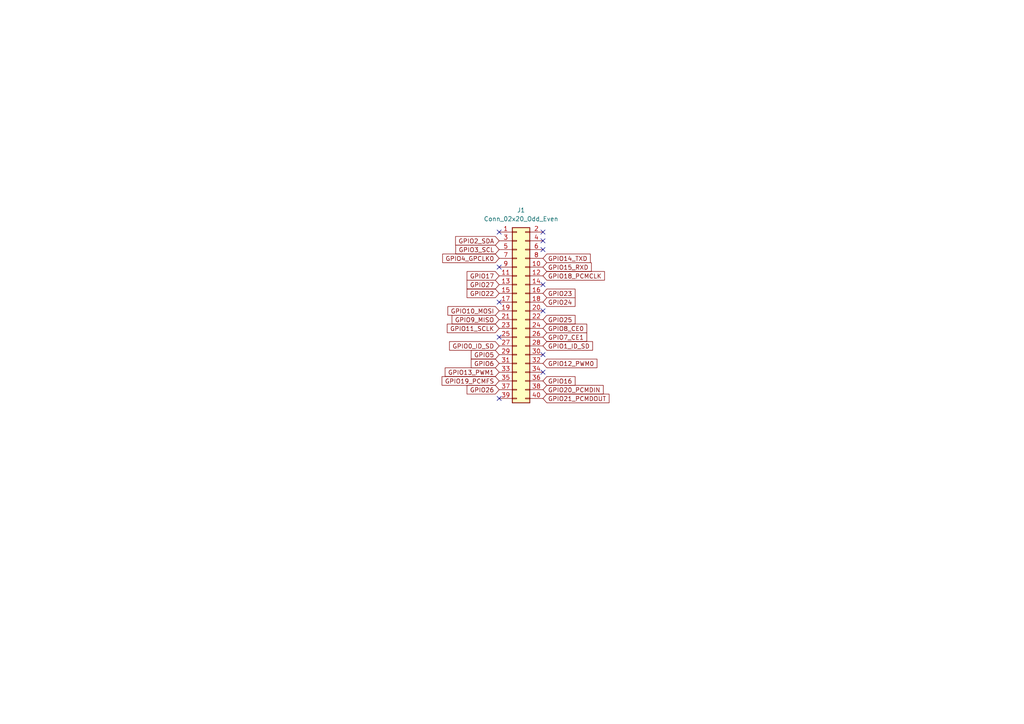
<source format=kicad_sch>
(kicad_sch (version 20231120) (generator "eeschema") (generator_version "8.0")
  (paper "A4")
  (lib_symbols
    (symbol "Connector_Generic:Conn_02x20_Odd_Even" (pin_names (offset 1.016) hide)
      (property "Reference" "J" (at 1.27 25.4 0))
      (property "Value" "Conn_02x20_Odd_Even" (at 1.27 -27.94 0))
      (symbol "Conn_02x20_Odd_Even_1_1"
        (rectangle (start -1.27 -25.273) (end 0 -25.527) (stroke (width 0.1524)))
        (rectangle (start -1.27 -22.733) (end 0 -22.987) (stroke (width 0.1524)))
        (rectangle (start -1.27 -20.193) (end 0 -20.447) (stroke (width 0.1524)))
        (rectangle (start -1.27 -17.653) (end 0 -17.907) (stroke (width 0.1524)))
        (rectangle (start -1.27 -15.113) (end 0 -15.367) (stroke (width 0.1524)))
        (rectangle (start -1.27 -12.573) (end 0 -12.827) (stroke (width 0.1524)))
        (rectangle (start -1.27 -10.033) (end 0 -10.287) (stroke (width 0.1524)))
        (rectangle (start -1.27 -7.493) (end 0 -7.747) (stroke (width 0.1524)))
        (rectangle (start -1.27 -4.953) (end 0 -5.207) (stroke (width 0.1524)))
        (rectangle (start -1.27 -2.413) (end 0 -2.667) (stroke (width 0.1524)))
        (rectangle (start -1.27 0.127) (end 0 -0.127) (stroke (width 0.1524)))
        (rectangle (start -1.27 2.667) (end 0 2.413) (stroke (width 0.1524)))
        (rectangle (start -1.27 5.207) (end 0 4.953) (stroke (width 0.1524)))
        (rectangle (start -1.27 7.747) (end 0 7.493) (stroke (width 0.1524)))
        (rectangle (start -1.27 10.287) (end 0 10.033) (stroke (width 0.1524)))
        (rectangle (start -1.27 12.827) (end 0 12.573) (stroke (width 0.1524)))
        (rectangle (start -1.27 15.367) (end 0 15.113) (stroke (width 0.1524)))
        (rectangle (start -1.27 17.907) (end 0 17.653) (stroke (width 0.1524)))
        (rectangle (start -1.27 20.447) (end 0 20.193) (stroke (width 0.1524)))
        (rectangle (start -1.27 22.987) (end 0 22.733) (stroke (width 0.1524)))
        (rectangle (start -1.27 24.13) (end 3.81 -26.67) (stroke (width 0.254)) (fill (type background)))
        (rectangle (start 3.81 -25.273) (end 2.54 -25.527) (stroke (width 0.1524)))
        (rectangle (start 3.81 -22.733) (end 2.54 -22.987) (stroke (width 0.1524)))
        (rectangle (start 3.81 -20.193) (end 2.54 -20.447) (stroke (width 0.1524)))
        (rectangle (start 3.81 -17.653) (end 2.54 -17.907) (stroke (width 0.1524)))
        (rectangle (start 3.81 -15.113) (end 2.54 -15.367) (stroke (width 0.1524)))
        (rectangle (start 3.81 -12.573) (end 2.54 -12.827) (stroke (width 0.1524)))
        (rectangle (start 3.81 -10.033) (end 2.54 -10.287) (stroke (width 0.1524)))
        (rectangle (start 3.81 -7.493) (end 2.54 -7.747) (stroke (width 0.1524)))
        (rectangle (start 3.81 -4.953) (end 2.54 -5.207) (stroke (width 0.1524)))
        (rectangle (start 3.81 -2.413) (end 2.54 -2.667) (stroke (width 0.1524)))
        (rectangle (start 3.81 0.127) (end 2.54 -0.127) (stroke (width 0.1524)))
        (rectangle (start 3.81 2.667) (end 2.54 2.413) (stroke (width 0.1524)))
        (rectangle (start 3.81 5.207) (end 2.54 4.953) (stroke (width 0.1524)))
        (rectangle (start 3.81 7.747) (end 2.54 7.493) (stroke (width 0.1524)))
        (rectangle (start 3.81 10.287) (end 2.54 10.033) (stroke (width 0.1524)))
        (rectangle (start 3.81 12.827) (end 2.54 12.573) (stroke (width 0.1524)))
        (rectangle (start 3.81 15.367) (end 2.54 15.113) (stroke (width 0.1524)))
        (rectangle (start 3.81 17.907) (end 2.54 17.653) (stroke (width 0.1524)))
        (rectangle (start 3.81 20.447) (end 2.54 20.193) (stroke (width 0.1524)))
        (rectangle (start 3.81 22.987) (end 2.54 22.733) (stroke (width 0.1524)))
        (pin passive line (at -5.08 22.86 0) (length 3.81) (name "Pin_1") (number "1"))
        (pin passive line (at 7.62 12.7 180) (length 3.81) (name "Pin_10") (number "10"))
        (pin passive line (at -5.08 10.16 0) (length 3.81) (name "Pin_11") (number "11"))
        (pin passive line (at 7.62 10.16 180) (length 3.81) (name "Pin_12") (number "12"))
        (pin passive line (at -5.08 7.62 0) (length 3.81) (name "Pin_13") (number "13"))
        (pin passive line (at 7.62 7.62 180) (length 3.81) (name "Pin_14") (number "14"))
        (pin passive line (at -5.08 5.08 0) (length 3.81) (name "Pin_15") (number "15"))
        (pin passive line (at 7.62 5.08 180) (length 3.81) (name "Pin_16") (number "16"))
        (pin passive line (at -5.08 2.54 0) (length 3.81) (name "Pin_17") (number "17"))
        (pin passive line (at 7.62 2.54 180) (length 3.81) (name "Pin_18") (number "18"))
        (pin passive line (at -5.08 0 0) (length 3.81) (name "Pin_19") (number "19"))
        (pin passive line (at 7.62 22.86 180) (length 3.81) (name "Pin_2") (number "2"))
        (pin passive line (at 7.62 0 180) (length 3.81) (name "Pin_20") (number "20"))
        (pin passive line (at -5.08 -2.54 0) (length 3.81) (name "Pin_21") (number "21"))
        (pin passive line (at 7.62 -2.54 180) (length 3.81) (name "Pin_22") (number "22"))
        (pin passive line (at -5.08 -5.08 0) (length 3.81) (name "Pin_23") (number "23"))
        (pin passive line (at 7.62 -5.08 180) (length 3.81) (name "Pin_24") (number "24"))
        (pin passive line (at -5.08 -7.62 0) (length 3.81) (name "Pin_25") (number "25"))
        (pin passive line (at 7.62 -7.62 180) (length 3.81) (name "Pin_26") (number "26"))
        (pin passive line (at -5.08 -10.16 0) (length 3.81) (name "Pin_27") (number "27"))
        (pin passive line (at 7.62 -10.16 180) (length 3.81) (name "Pin_28") (number "28"))
        (pin passive line (at -5.08 -12.7 0) (length 3.81) (name "Pin_29") (number "29"))
        (pin passive line (at -5.08 20.32 0) (length 3.81) (name "Pin_3") (number "3"))
        (pin passive line (at 7.62 -12.7 180) (length 3.81) (name "Pin_30") (number "30"))
        (pin passive line (at -5.08 -15.24 0) (length 3.81) (name "Pin_31") (number "31"))
        (pin passive line (at 7.62 -15.24 180) (length 3.81) (name "Pin_32") (number "32"))
        (pin passive line (at -5.08 -17.78 0) (length 3.81) (name "Pin_33") (number "33"))
        (pin passive line (at 7.62 -17.78 180) (length 3.81) (name "Pin_34") (number "34"))
        (pin passive line (at -5.08 -20.32 0) (length 3.81) (name "Pin_35") (number "35"))
        (pin passive line (at 7.62 -20.32 180) (length 3.81) (name "Pin_36") (number "36"))
        (pin passive line (at -5.08 -22.86 0) (length 3.81) (name "Pin_37") (number "37"))
        (pin passive line (at 7.62 -22.86 180) (length 3.81) (name "Pin_38") (number "38"))
        (pin passive line (at -5.08 -25.4 0) (length 3.81) (name "Pin_39") (number "39"))
        (pin passive line (at 7.62 20.32 180) (length 3.81) (name "Pin_4") (number "4"))
        (pin passive line (at 7.62 -25.4 180) (length 3.81) (name "Pin_40") (number "40"))
        (pin passive line (at -5.08 17.78 0) (length 3.81) (name "Pin_5") (number "5"))
        (pin passive line (at 7.62 17.78 180) (length 3.81) (name "Pin_6") (number "6"))
        (pin passive line (at -5.08 15.24 0) (length 3.81) (name "Pin_7") (number "7"))
        (pin passive line (at 7.62 15.24 180) (length 3.81) (name "Pin_8") (number "8"))
        (pin passive line (at -5.08 12.7 0) (length 3.81) (name "Pin_9") (number "9"))
      )
    )
  )
  (no_connect (at 157.48 82.55))
  (no_connect (at 157.48 90.17))
  (no_connect (at 144.78 97.79))
  (no_connect (at 157.48 67.31))
  (no_connect (at 144.78 67.31))
  (no_connect (at 157.48 72.39))
  (no_connect (at 157.48 107.95))
  (no_connect (at 144.78 87.63))
  (no_connect (at 157.48 102.87))
  (no_connect (at 157.48 69.85))
  (no_connect (at 144.78 77.47))
  (no_connect (at 144.78 115.57))
  (global_label "GPIO7_CE1" (shape input) (at 157.48 97.79 0) (property "Intersheetrefs" "${INTERSHEET_REFS}" (effects (hide yes))))
  (global_label "GPIO3_SCL" (shape input) (at 144.78 72.39 180) (property "Intersheetrefs" "${INTERSHEET_REFS}" (effects (hide yes))))
  (global_label "GPIO1_ID_SD" (shape input) (at 157.48 100.33 0) (property "Intersheetrefs" "${INTERSHEET_REFS}" (effects (hide yes))))
  (global_label "GPIO6" (shape input) (at 144.78 105.41 180) (property "Intersheetrefs" "${INTERSHEET_REFS}" (effects (hide yes))))
  (global_label "GPIO15_RXD" (shape input) (at 157.48 77.47 0) (property "Intersheetrefs" "${INTERSHEET_REFS}" (effects (hide yes))))
  (global_label "GPIO19_PCMFS" (shape input) (at 144.78 110.49 180) (property "Intersheetrefs" "${INTERSHEET_REFS}" (effects (hide yes))))
  (global_label "GPIO2_SDA" (shape input) (at 144.78 69.85 180) (property "Intersheetrefs" "${INTERSHEET_REFS}" (effects (hide yes))))
  (global_label "GPIO13_PWM1" (shape input) (at 144.78 107.95 180) (property "Intersheetrefs" "${INTERSHEET_REFS}" (effects (hide yes))))
  (global_label "GPIO8_CE0" (shape input) (at 157.48 95.25 0) (property "Intersheetrefs" "${INTERSHEET_REFS}" (effects (hide yes))))
  (global_label "GPIO11_SCLK" (shape input) (at 144.78 95.25 180) (property "Intersheetrefs" "${INTERSHEET_REFS}" (effects (hide yes))))
  (global_label "GPIO23" (shape input) (at 157.48 85.09 0) (property "Intersheetrefs" "${INTERSHEET_REFS}" (effects (hide yes))))
  (global_label "GPIO25" (shape input) (at 157.48 92.71 0) (property "Intersheetrefs" "${INTERSHEET_REFS}" (effects (hide yes))))
  (global_label "GPIO10_MOSI" (shape input) (at 144.78 90.17 180) (property "Intersheetrefs" "${INTERSHEET_REFS}" (effects (hide yes))))
  (global_label "GPIO20_PCMDIN" (shape input) (at 157.48 113.03 0) (property "Intersheetrefs" "${INTERSHEET_REFS}" (effects (hide yes))))
  (global_label "GPIO21_PCMDOUT" (shape input) (at 157.48 115.57 0) (property "Intersheetrefs" "${INTERSHEET_REFS}" (effects (hide yes))))
  (global_label "GPIO24" (shape input) (at 157.48 87.63 0) (property "Intersheetrefs" "${INTERSHEET_REFS}" (effects (hide yes))))
  (global_label "GPIO22" (shape input) (at 144.78 85.09 180) (property "Intersheetrefs" "${INTERSHEET_REFS}" (effects (hide yes))))
  (global_label "GPIO26" (shape input) (at 144.78 113.03 180) (property "Intersheetrefs" "${INTERSHEET_REFS}" (effects (hide yes))))
  (global_label "GPIO12_PWM0" (shape input) (at 157.48 105.41 0) (property "Intersheetrefs" "${INTERSHEET_REFS}" (effects (hide yes))))
  (global_label "GPIO27" (shape input) (at 144.78 82.55 180) (property "Intersheetrefs" "${INTERSHEET_REFS}" (effects (hide yes))))
  (global_label "GPIO18_PCMCLK" (shape input) (at 157.48 80.01 0) (property "Intersheetrefs" "${INTERSHEET_REFS}" (effects (hide yes))))
  (global_label "GPIO17" (shape input) (at 144.78 80.01 180) (property "Intersheetrefs" "${INTERSHEET_REFS}" (effects (hide yes))))
  (global_label "GPIO14_TXD" (shape input) (at 157.48 74.93 0) (property "Intersheetrefs" "${INTERSHEET_REFS}" (effects (hide yes))))
  (global_label "GPIO9_MISO" (shape input) (at 144.78 92.71 180) (property "Intersheetrefs" "${INTERSHEET_REFS}" (effects (hide yes))))
  (global_label "GPIO16" (shape input) (at 157.48 110.49 0) (property "Intersheetrefs" "${INTERSHEET_REFS}" (effects (hide yes))))
  (global_label "GPIO5" (shape input) (at 144.78 102.87 180) (property "Intersheetrefs" "${INTERSHEET_REFS}" (effects (hide yes))))
  (global_label "GPIO0_ID_SD" (shape input) (at 144.78 100.33 180) (property "Intersheetrefs" "${INTERSHEET_REFS}" (effects (hide yes))))
  (global_label "GPIO4_GPCLK0" (shape input) (at 144.78 74.93 180) (property "Intersheetrefs" "${INTERSHEET_REFS}" (effects (hide yes))))
  (symbol (lib_id "Connector_Generic:Conn_02x20_Odd_Even") (at 149.86 90.17 0) (unit 1)
    (property "Reference" "J1" (at 151.13 60.96 0))
    (property "Value" "Conn_02x20_Odd_Even" (at 151.13 63.5 0))
    (property "Footprint" "Connector_PinSocket_2.54mm:PinSocket_2x20_P2.54mm_Vertical" (effects (hide yes)))
    (property "Description" "Generic connector, double row, 02x20, odd/even pin numbering scheme (row 1 odd numbers, row 2 even numbers), script generated (kicad-library-utils/schlib/autogen/connector/)" (effects (hide yes)))
  )
)
</source>
